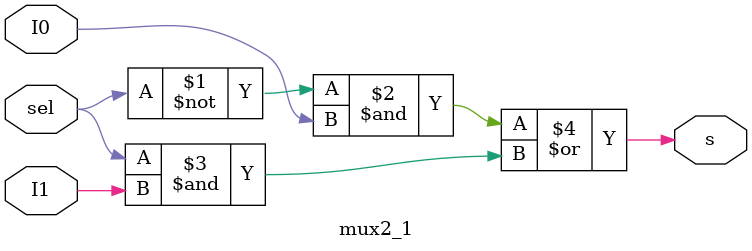
<source format=v>
module mux2_1(I0,I1,sel,s);
	output s;
		input I0,I1,sel;
			assign s = ((~sel) & I0|(sel & I1));
endmodule 
</source>
